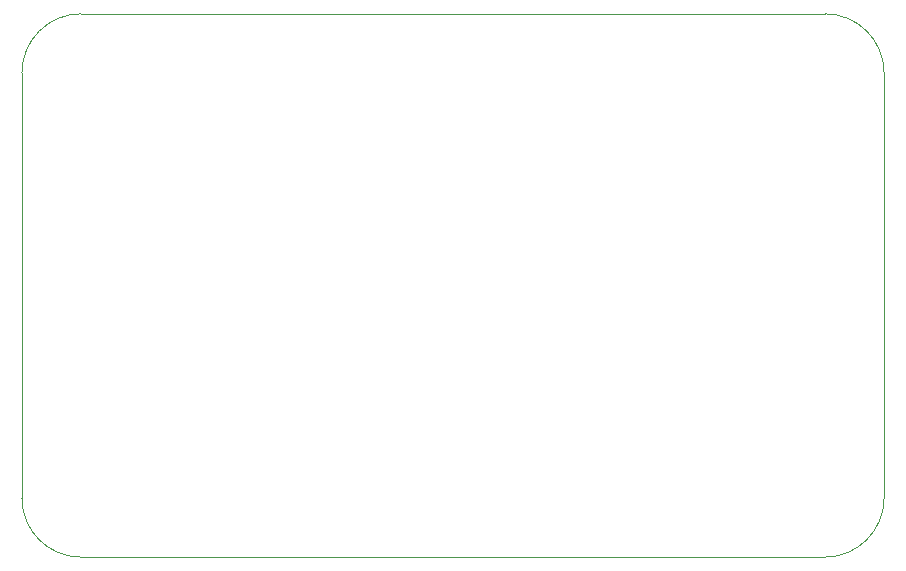
<source format=gm1>
G04 #@! TF.GenerationSoftware,KiCad,Pcbnew,5.1.10*
G04 #@! TF.CreationDate,2021-08-15T22:17:37+12:00*
G04 #@! TF.ProjectId,GateStage,47617465-5374-4616-9765-2e6b69636164,rev?*
G04 #@! TF.SameCoordinates,Original*
G04 #@! TF.FileFunction,Profile,NP*
%FSLAX46Y46*%
G04 Gerber Fmt 4.6, Leading zero omitted, Abs format (unit mm)*
G04 Created by KiCad (PCBNEW 5.1.10) date 2021-08-15 22:17:37*
%MOMM*%
%LPD*%
G01*
G04 APERTURE LIST*
G04 #@! TA.AperFunction,Profile*
%ADD10C,0.050000*%
G04 #@! TD*
G04 APERTURE END LIST*
D10*
X114828000Y-34610000D02*
X114828000Y-34110000D01*
X114828000Y-70110000D02*
X114828000Y-34610000D01*
X119828000Y-75110000D02*
X182828000Y-75110000D01*
X182828000Y-29110000D02*
X119828000Y-29110000D01*
X187828000Y-34110000D02*
X187828000Y-70110000D01*
X119828000Y-75110000D02*
G75*
G02*
X114828000Y-70110000I0J5000000D01*
G01*
X114828000Y-34110000D02*
G75*
G02*
X119828000Y-29110000I5000000J0D01*
G01*
X182828000Y-29110000D02*
G75*
G02*
X187828000Y-34110000I0J-5000000D01*
G01*
X187828000Y-70110000D02*
G75*
G02*
X182828000Y-75110000I-5000000J0D01*
G01*
M02*

</source>
